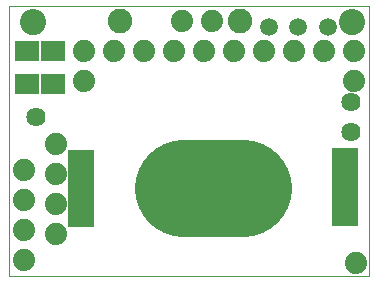
<source format=gbs>
G75*
%MOIN*%
%OFA0B0*%
%FSLAX25Y25*%
%IPPOS*%
%LPD*%
%AMOC8*
5,1,8,0,0,1.08239X$1,22.5*
%
%ADD10C,0.00000*%
%ADD11C,0.08674*%
%ADD12R,0.08800X0.13300*%
%ADD13C,0.32296*%
%ADD14R,0.07887X0.07099*%
%ADD15C,0.07400*%
%ADD16C,0.06400*%
%ADD17C,0.05956*%
%ADD18C,0.08200*%
D10*
X0001500Y0011270D02*
X0001500Y0101270D01*
X0121500Y0101270D01*
X0121500Y0011270D01*
X0001500Y0011270D01*
X0005437Y0095916D02*
X0005439Y0096041D01*
X0005445Y0096166D01*
X0005455Y0096290D01*
X0005469Y0096414D01*
X0005486Y0096538D01*
X0005508Y0096661D01*
X0005534Y0096783D01*
X0005563Y0096905D01*
X0005596Y0097025D01*
X0005634Y0097144D01*
X0005674Y0097263D01*
X0005719Y0097379D01*
X0005767Y0097494D01*
X0005819Y0097608D01*
X0005875Y0097720D01*
X0005934Y0097830D01*
X0005996Y0097938D01*
X0006062Y0098045D01*
X0006131Y0098149D01*
X0006204Y0098250D01*
X0006279Y0098350D01*
X0006358Y0098447D01*
X0006440Y0098541D01*
X0006525Y0098633D01*
X0006612Y0098722D01*
X0006703Y0098808D01*
X0006796Y0098891D01*
X0006892Y0098972D01*
X0006990Y0099049D01*
X0007090Y0099123D01*
X0007193Y0099194D01*
X0007298Y0099261D01*
X0007406Y0099326D01*
X0007515Y0099386D01*
X0007626Y0099444D01*
X0007739Y0099497D01*
X0007853Y0099547D01*
X0007969Y0099594D01*
X0008086Y0099636D01*
X0008205Y0099675D01*
X0008325Y0099711D01*
X0008446Y0099742D01*
X0008568Y0099770D01*
X0008690Y0099793D01*
X0008814Y0099813D01*
X0008938Y0099829D01*
X0009062Y0099841D01*
X0009187Y0099849D01*
X0009312Y0099853D01*
X0009436Y0099853D01*
X0009561Y0099849D01*
X0009686Y0099841D01*
X0009810Y0099829D01*
X0009934Y0099813D01*
X0010058Y0099793D01*
X0010180Y0099770D01*
X0010302Y0099742D01*
X0010423Y0099711D01*
X0010543Y0099675D01*
X0010662Y0099636D01*
X0010779Y0099594D01*
X0010895Y0099547D01*
X0011009Y0099497D01*
X0011122Y0099444D01*
X0011233Y0099386D01*
X0011343Y0099326D01*
X0011450Y0099261D01*
X0011555Y0099194D01*
X0011658Y0099123D01*
X0011758Y0099049D01*
X0011856Y0098972D01*
X0011952Y0098891D01*
X0012045Y0098808D01*
X0012136Y0098722D01*
X0012223Y0098633D01*
X0012308Y0098541D01*
X0012390Y0098447D01*
X0012469Y0098350D01*
X0012544Y0098250D01*
X0012617Y0098149D01*
X0012686Y0098045D01*
X0012752Y0097938D01*
X0012814Y0097830D01*
X0012873Y0097720D01*
X0012929Y0097608D01*
X0012981Y0097494D01*
X0013029Y0097379D01*
X0013074Y0097263D01*
X0013114Y0097144D01*
X0013152Y0097025D01*
X0013185Y0096905D01*
X0013214Y0096783D01*
X0013240Y0096661D01*
X0013262Y0096538D01*
X0013279Y0096414D01*
X0013293Y0096290D01*
X0013303Y0096166D01*
X0013309Y0096041D01*
X0013311Y0095916D01*
X0013309Y0095791D01*
X0013303Y0095666D01*
X0013293Y0095542D01*
X0013279Y0095418D01*
X0013262Y0095294D01*
X0013240Y0095171D01*
X0013214Y0095049D01*
X0013185Y0094927D01*
X0013152Y0094807D01*
X0013114Y0094688D01*
X0013074Y0094569D01*
X0013029Y0094453D01*
X0012981Y0094338D01*
X0012929Y0094224D01*
X0012873Y0094112D01*
X0012814Y0094002D01*
X0012752Y0093894D01*
X0012686Y0093787D01*
X0012617Y0093683D01*
X0012544Y0093582D01*
X0012469Y0093482D01*
X0012390Y0093385D01*
X0012308Y0093291D01*
X0012223Y0093199D01*
X0012136Y0093110D01*
X0012045Y0093024D01*
X0011952Y0092941D01*
X0011856Y0092860D01*
X0011758Y0092783D01*
X0011658Y0092709D01*
X0011555Y0092638D01*
X0011450Y0092571D01*
X0011342Y0092506D01*
X0011233Y0092446D01*
X0011122Y0092388D01*
X0011009Y0092335D01*
X0010895Y0092285D01*
X0010779Y0092238D01*
X0010662Y0092196D01*
X0010543Y0092157D01*
X0010423Y0092121D01*
X0010302Y0092090D01*
X0010180Y0092062D01*
X0010058Y0092039D01*
X0009934Y0092019D01*
X0009810Y0092003D01*
X0009686Y0091991D01*
X0009561Y0091983D01*
X0009436Y0091979D01*
X0009312Y0091979D01*
X0009187Y0091983D01*
X0009062Y0091991D01*
X0008938Y0092003D01*
X0008814Y0092019D01*
X0008690Y0092039D01*
X0008568Y0092062D01*
X0008446Y0092090D01*
X0008325Y0092121D01*
X0008205Y0092157D01*
X0008086Y0092196D01*
X0007969Y0092238D01*
X0007853Y0092285D01*
X0007739Y0092335D01*
X0007626Y0092388D01*
X0007515Y0092446D01*
X0007405Y0092506D01*
X0007298Y0092571D01*
X0007193Y0092638D01*
X0007090Y0092709D01*
X0006990Y0092783D01*
X0006892Y0092860D01*
X0006796Y0092941D01*
X0006703Y0093024D01*
X0006612Y0093110D01*
X0006525Y0093199D01*
X0006440Y0093291D01*
X0006358Y0093385D01*
X0006279Y0093482D01*
X0006204Y0093582D01*
X0006131Y0093683D01*
X0006062Y0093787D01*
X0005996Y0093894D01*
X0005934Y0094002D01*
X0005875Y0094112D01*
X0005819Y0094224D01*
X0005767Y0094338D01*
X0005719Y0094453D01*
X0005674Y0094569D01*
X0005634Y0094688D01*
X0005596Y0094807D01*
X0005563Y0094927D01*
X0005534Y0095049D01*
X0005508Y0095171D01*
X0005486Y0095294D01*
X0005469Y0095418D01*
X0005455Y0095542D01*
X0005445Y0095666D01*
X0005439Y0095791D01*
X0005437Y0095916D01*
X0111736Y0095916D02*
X0111738Y0096041D01*
X0111744Y0096166D01*
X0111754Y0096290D01*
X0111768Y0096414D01*
X0111785Y0096538D01*
X0111807Y0096661D01*
X0111833Y0096783D01*
X0111862Y0096905D01*
X0111895Y0097025D01*
X0111933Y0097144D01*
X0111973Y0097263D01*
X0112018Y0097379D01*
X0112066Y0097494D01*
X0112118Y0097608D01*
X0112174Y0097720D01*
X0112233Y0097830D01*
X0112295Y0097938D01*
X0112361Y0098045D01*
X0112430Y0098149D01*
X0112503Y0098250D01*
X0112578Y0098350D01*
X0112657Y0098447D01*
X0112739Y0098541D01*
X0112824Y0098633D01*
X0112911Y0098722D01*
X0113002Y0098808D01*
X0113095Y0098891D01*
X0113191Y0098972D01*
X0113289Y0099049D01*
X0113389Y0099123D01*
X0113492Y0099194D01*
X0113597Y0099261D01*
X0113705Y0099326D01*
X0113814Y0099386D01*
X0113925Y0099444D01*
X0114038Y0099497D01*
X0114152Y0099547D01*
X0114268Y0099594D01*
X0114385Y0099636D01*
X0114504Y0099675D01*
X0114624Y0099711D01*
X0114745Y0099742D01*
X0114867Y0099770D01*
X0114989Y0099793D01*
X0115113Y0099813D01*
X0115237Y0099829D01*
X0115361Y0099841D01*
X0115486Y0099849D01*
X0115611Y0099853D01*
X0115735Y0099853D01*
X0115860Y0099849D01*
X0115985Y0099841D01*
X0116109Y0099829D01*
X0116233Y0099813D01*
X0116357Y0099793D01*
X0116479Y0099770D01*
X0116601Y0099742D01*
X0116722Y0099711D01*
X0116842Y0099675D01*
X0116961Y0099636D01*
X0117078Y0099594D01*
X0117194Y0099547D01*
X0117308Y0099497D01*
X0117421Y0099444D01*
X0117532Y0099386D01*
X0117642Y0099326D01*
X0117749Y0099261D01*
X0117854Y0099194D01*
X0117957Y0099123D01*
X0118057Y0099049D01*
X0118155Y0098972D01*
X0118251Y0098891D01*
X0118344Y0098808D01*
X0118435Y0098722D01*
X0118522Y0098633D01*
X0118607Y0098541D01*
X0118689Y0098447D01*
X0118768Y0098350D01*
X0118843Y0098250D01*
X0118916Y0098149D01*
X0118985Y0098045D01*
X0119051Y0097938D01*
X0119113Y0097830D01*
X0119172Y0097720D01*
X0119228Y0097608D01*
X0119280Y0097494D01*
X0119328Y0097379D01*
X0119373Y0097263D01*
X0119413Y0097144D01*
X0119451Y0097025D01*
X0119484Y0096905D01*
X0119513Y0096783D01*
X0119539Y0096661D01*
X0119561Y0096538D01*
X0119578Y0096414D01*
X0119592Y0096290D01*
X0119602Y0096166D01*
X0119608Y0096041D01*
X0119610Y0095916D01*
X0119608Y0095791D01*
X0119602Y0095666D01*
X0119592Y0095542D01*
X0119578Y0095418D01*
X0119561Y0095294D01*
X0119539Y0095171D01*
X0119513Y0095049D01*
X0119484Y0094927D01*
X0119451Y0094807D01*
X0119413Y0094688D01*
X0119373Y0094569D01*
X0119328Y0094453D01*
X0119280Y0094338D01*
X0119228Y0094224D01*
X0119172Y0094112D01*
X0119113Y0094002D01*
X0119051Y0093894D01*
X0118985Y0093787D01*
X0118916Y0093683D01*
X0118843Y0093582D01*
X0118768Y0093482D01*
X0118689Y0093385D01*
X0118607Y0093291D01*
X0118522Y0093199D01*
X0118435Y0093110D01*
X0118344Y0093024D01*
X0118251Y0092941D01*
X0118155Y0092860D01*
X0118057Y0092783D01*
X0117957Y0092709D01*
X0117854Y0092638D01*
X0117749Y0092571D01*
X0117641Y0092506D01*
X0117532Y0092446D01*
X0117421Y0092388D01*
X0117308Y0092335D01*
X0117194Y0092285D01*
X0117078Y0092238D01*
X0116961Y0092196D01*
X0116842Y0092157D01*
X0116722Y0092121D01*
X0116601Y0092090D01*
X0116479Y0092062D01*
X0116357Y0092039D01*
X0116233Y0092019D01*
X0116109Y0092003D01*
X0115985Y0091991D01*
X0115860Y0091983D01*
X0115735Y0091979D01*
X0115611Y0091979D01*
X0115486Y0091983D01*
X0115361Y0091991D01*
X0115237Y0092003D01*
X0115113Y0092019D01*
X0114989Y0092039D01*
X0114867Y0092062D01*
X0114745Y0092090D01*
X0114624Y0092121D01*
X0114504Y0092157D01*
X0114385Y0092196D01*
X0114268Y0092238D01*
X0114152Y0092285D01*
X0114038Y0092335D01*
X0113925Y0092388D01*
X0113814Y0092446D01*
X0113704Y0092506D01*
X0113597Y0092571D01*
X0113492Y0092638D01*
X0113389Y0092709D01*
X0113289Y0092783D01*
X0113191Y0092860D01*
X0113095Y0092941D01*
X0113002Y0093024D01*
X0112911Y0093110D01*
X0112824Y0093199D01*
X0112739Y0093291D01*
X0112657Y0093385D01*
X0112578Y0093482D01*
X0112503Y0093582D01*
X0112430Y0093683D01*
X0112361Y0093787D01*
X0112295Y0093894D01*
X0112233Y0094002D01*
X0112174Y0094112D01*
X0112118Y0094224D01*
X0112066Y0094338D01*
X0112018Y0094453D01*
X0111973Y0094569D01*
X0111933Y0094688D01*
X0111895Y0094807D01*
X0111862Y0094927D01*
X0111833Y0095049D01*
X0111807Y0095171D01*
X0111785Y0095294D01*
X0111768Y0095418D01*
X0111754Y0095542D01*
X0111744Y0095666D01*
X0111738Y0095791D01*
X0111736Y0095916D01*
D11*
X0115673Y0095916D03*
X0009374Y0095916D03*
D12*
X0025500Y0046770D03*
X0025500Y0034270D03*
X0113500Y0034770D03*
X0113500Y0047270D03*
D13*
X0079342Y0040770D02*
X0059658Y0040770D01*
D14*
X0016000Y0075258D03*
X0007500Y0075258D03*
X0007500Y0086282D03*
X0016000Y0086282D03*
D15*
X0026500Y0086270D03*
X0036500Y0086270D03*
X0046500Y0086270D03*
X0056500Y0086270D03*
X0066500Y0086270D03*
X0076500Y0086270D03*
X0086500Y0086270D03*
X0096500Y0086270D03*
X0106500Y0086270D03*
X0116500Y0086270D03*
X0116500Y0076270D03*
X0069000Y0096270D03*
X0059000Y0096270D03*
X0026500Y0076270D03*
X0017000Y0055270D03*
X0006500Y0046770D03*
X0017000Y0045270D03*
X0006500Y0036770D03*
X0017000Y0035270D03*
X0006500Y0026770D03*
X0017000Y0025270D03*
X0006500Y0016770D03*
X0117000Y0015770D03*
D16*
X0115500Y0059270D03*
X0115500Y0069270D03*
X0010500Y0064270D03*
D17*
X0088114Y0094270D03*
X0097957Y0094270D03*
X0107799Y0094270D03*
D18*
X0078500Y0096270D03*
X0038500Y0096270D03*
M02*

</source>
